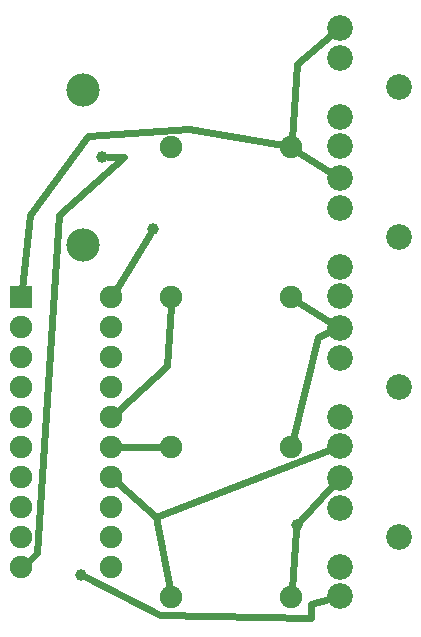
<source format=gbl>
G04 MADE WITH FRITZING*
G04 WWW.FRITZING.ORG*
G04 DOUBLE SIDED*
G04 HOLES PLATED*
G04 CONTOUR ON CENTER OF CONTOUR VECTOR*
%ASAXBY*%
%FSLAX23Y23*%
%MOIN*%
%OFA0B0*%
%SFA1.0B1.0*%
%ADD10C,0.039370*%
%ADD11C,0.075000*%
%ADD12C,0.111000*%
%ADD13C,0.086000*%
%ADD14R,0.075000X0.075000*%
%ADD15C,0.024000*%
%LNCOPPER0*%
G90*
G70*
G54D10*
X468Y1561D03*
X636Y1321D03*
X1116Y337D03*
X396Y169D03*
G54D11*
X198Y1096D03*
X498Y1096D03*
X198Y996D03*
X498Y996D03*
X198Y896D03*
X498Y896D03*
X198Y796D03*
X498Y796D03*
X198Y696D03*
X498Y696D03*
X198Y596D03*
X498Y596D03*
X198Y496D03*
X498Y496D03*
X198Y396D03*
X498Y396D03*
X198Y296D03*
X498Y296D03*
X198Y196D03*
X498Y196D03*
G54D12*
X403Y1269D03*
X403Y1786D03*
G54D13*
X1456Y1796D03*
X1259Y1697D03*
X1259Y1599D03*
X1259Y1894D03*
X1259Y1993D03*
X1456Y1296D03*
X1259Y1197D03*
X1259Y1099D03*
X1259Y1394D03*
X1259Y1493D03*
X1456Y796D03*
X1259Y697D03*
X1259Y599D03*
X1259Y894D03*
X1259Y993D03*
X1456Y296D03*
X1259Y197D03*
X1259Y99D03*
X1259Y394D03*
X1259Y493D03*
G54D11*
X698Y1596D03*
X1098Y1596D03*
X698Y1096D03*
X1098Y1096D03*
X698Y596D03*
X1098Y596D03*
X698Y96D03*
X1098Y96D03*
G54D14*
X198Y1096D03*
G54D15*
X527Y596D02*
X670Y596D01*
D02*
X519Y477D02*
X648Y361D01*
X648Y361D02*
X693Y124D01*
D02*
X1225Y586D02*
X648Y361D01*
D02*
X519Y715D02*
X684Y865D01*
X684Y865D02*
X696Y1067D01*
D02*
X220Y214D02*
X252Y241D01*
X252Y241D02*
X324Y1369D01*
X324Y1369D02*
X540Y1561D01*
X540Y1561D02*
X487Y1561D01*
D02*
X513Y1120D02*
X626Y1305D01*
D02*
X1228Y1012D02*
X1122Y1080D01*
D02*
X1122Y1580D02*
X1228Y1512D01*
D02*
X1231Y1969D02*
X1116Y1873D01*
X1116Y1873D02*
X1100Y1624D01*
D02*
X1105Y624D02*
X1188Y961D01*
X1188Y961D02*
X1225Y978D01*
D02*
X1234Y466D02*
X1129Y351D01*
D02*
X1100Y124D02*
X1115Y318D01*
D02*
X201Y1124D02*
X228Y1369D01*
X228Y1369D02*
X420Y1633D01*
X420Y1633D02*
X756Y1657D01*
X756Y1657D02*
X1070Y1601D01*
D02*
X1223Y89D02*
X1164Y73D01*
X1164Y73D02*
X1164Y25D01*
X1164Y25D02*
X660Y37D01*
X660Y37D02*
X413Y161D01*
G04 End of Copper0*
M02*
</source>
